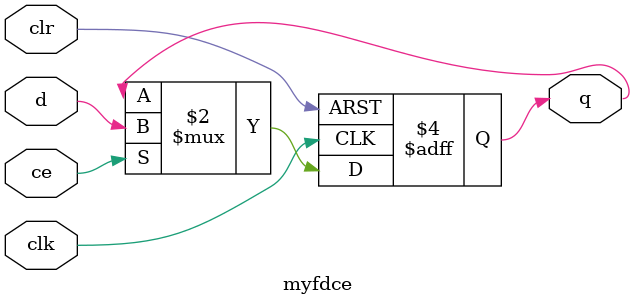
<source format=sv>
module myfdce
(
  input logic clk,
  input logic clr,
  input logic ce,
  input logic d,
  output logic q
);

  always_ff @(posedge clk, posedge clr) begin
    if (clr) begin
      q <= '0;
    end else if (ce) begin
      q <= d;
    end
  end
endmodule

</source>
